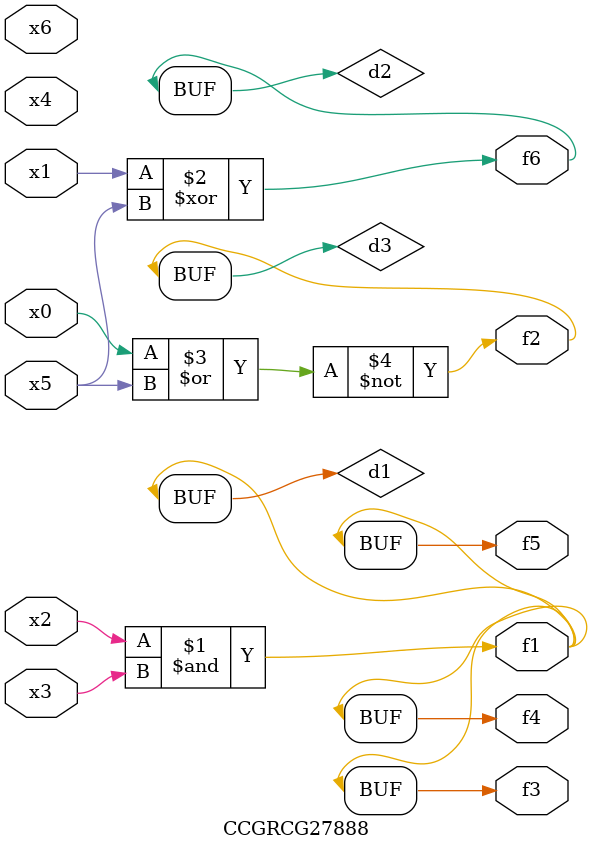
<source format=v>
module CCGRCG27888(
	input x0, x1, x2, x3, x4, x5, x6,
	output f1, f2, f3, f4, f5, f6
);

	wire d1, d2, d3;

	and (d1, x2, x3);
	xor (d2, x1, x5);
	nor (d3, x0, x5);
	assign f1 = d1;
	assign f2 = d3;
	assign f3 = d1;
	assign f4 = d1;
	assign f5 = d1;
	assign f6 = d2;
endmodule

</source>
